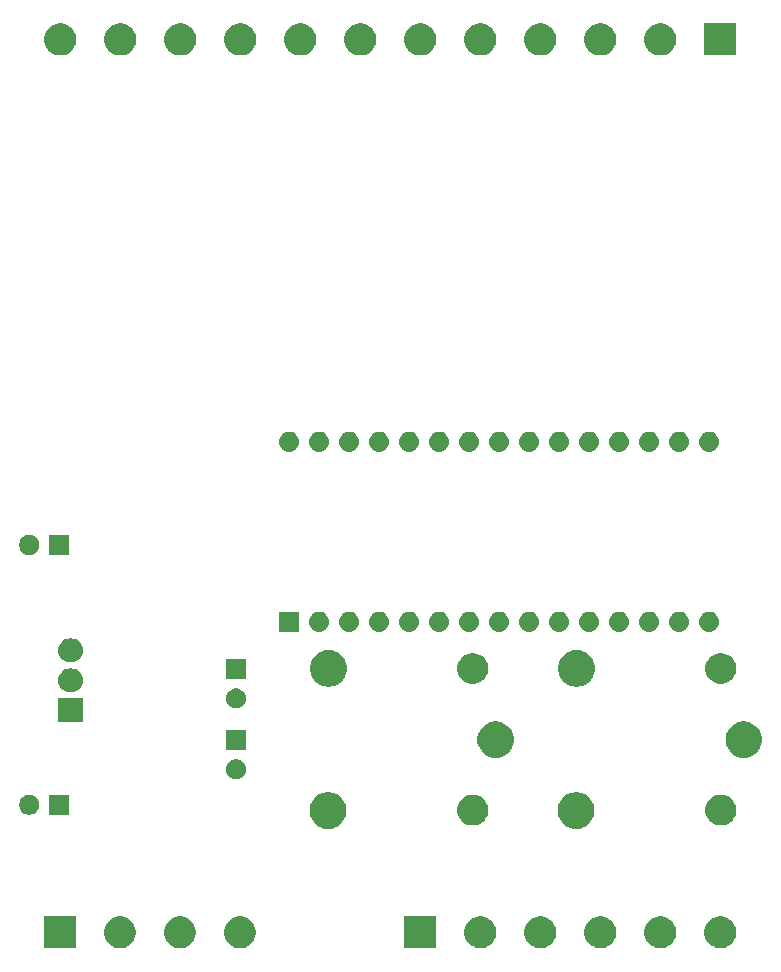
<source format=gbr>
G04 #@! TF.GenerationSoftware,KiCad,Pcbnew,5.1.4-e60b266~84~ubuntu18.04.1*
G04 #@! TF.CreationDate,2019-11-18T12:16:38+01:00*
G04 #@! TF.ProjectId,umi6r2,756d6936-7232-42e6-9b69-6361645f7063,rev?*
G04 #@! TF.SameCoordinates,Original*
G04 #@! TF.FileFunction,Soldermask,Top*
G04 #@! TF.FilePolarity,Negative*
%FSLAX46Y46*%
G04 Gerber Fmt 4.6, Leading zero omitted, Abs format (unit mm)*
G04 Created by KiCad (PCBNEW 5.1.4-e60b266~84~ubuntu18.04.1) date 2019-11-18 12:16:38*
%MOMM*%
%LPD*%
G04 APERTURE LIST*
%ADD10C,0.100000*%
G04 APERTURE END LIST*
D10*
G36*
X87951000Y-145651000D02*
G01*
X85249000Y-145651000D01*
X85249000Y-142949000D01*
X87951000Y-142949000D01*
X87951000Y-145651000D01*
X87951000Y-145651000D01*
G37*
G36*
X107314072Y-143000918D02*
G01*
X107559939Y-143102759D01*
X107781212Y-143250610D01*
X107969390Y-143438788D01*
X108117241Y-143660061D01*
X108219082Y-143905928D01*
X108271000Y-144166938D01*
X108271000Y-144433062D01*
X108219082Y-144694072D01*
X108117241Y-144939939D01*
X107969390Y-145161212D01*
X107781212Y-145349390D01*
X107559939Y-145497241D01*
X107559938Y-145497242D01*
X107559937Y-145497242D01*
X107314072Y-145599082D01*
X107053063Y-145651000D01*
X106786937Y-145651000D01*
X106525928Y-145599082D01*
X106280063Y-145497242D01*
X106280062Y-145497242D01*
X106280061Y-145497241D01*
X106058788Y-145349390D01*
X105870610Y-145161212D01*
X105722759Y-144939939D01*
X105620918Y-144694072D01*
X105569000Y-144433062D01*
X105569000Y-144166938D01*
X105620918Y-143905928D01*
X105722759Y-143660061D01*
X105870610Y-143438788D01*
X106058788Y-143250610D01*
X106280061Y-143102759D01*
X106525928Y-143000918D01*
X106786937Y-142949000D01*
X107053063Y-142949000D01*
X107314072Y-143000918D01*
X107314072Y-143000918D01*
G37*
G36*
X71734072Y-143000918D02*
G01*
X71979939Y-143102759D01*
X72201212Y-143250610D01*
X72389390Y-143438788D01*
X72537241Y-143660061D01*
X72639082Y-143905928D01*
X72691000Y-144166938D01*
X72691000Y-144433062D01*
X72639082Y-144694072D01*
X72537241Y-144939939D01*
X72389390Y-145161212D01*
X72201212Y-145349390D01*
X71979939Y-145497241D01*
X71979938Y-145497242D01*
X71979937Y-145497242D01*
X71734072Y-145599082D01*
X71473063Y-145651000D01*
X71206937Y-145651000D01*
X70945928Y-145599082D01*
X70700063Y-145497242D01*
X70700062Y-145497242D01*
X70700061Y-145497241D01*
X70478788Y-145349390D01*
X70290610Y-145161212D01*
X70142759Y-144939939D01*
X70040918Y-144694072D01*
X69989000Y-144433062D01*
X69989000Y-144166938D01*
X70040918Y-143905928D01*
X70142759Y-143660061D01*
X70290610Y-143438788D01*
X70478788Y-143250610D01*
X70700061Y-143102759D01*
X70945928Y-143000918D01*
X71206937Y-142949000D01*
X71473063Y-142949000D01*
X71734072Y-143000918D01*
X71734072Y-143000918D01*
G37*
G36*
X66654072Y-143000918D02*
G01*
X66899939Y-143102759D01*
X67121212Y-143250610D01*
X67309390Y-143438788D01*
X67457241Y-143660061D01*
X67559082Y-143905928D01*
X67611000Y-144166938D01*
X67611000Y-144433062D01*
X67559082Y-144694072D01*
X67457241Y-144939939D01*
X67309390Y-145161212D01*
X67121212Y-145349390D01*
X66899939Y-145497241D01*
X66899938Y-145497242D01*
X66899937Y-145497242D01*
X66654072Y-145599082D01*
X66393063Y-145651000D01*
X66126937Y-145651000D01*
X65865928Y-145599082D01*
X65620063Y-145497242D01*
X65620062Y-145497242D01*
X65620061Y-145497241D01*
X65398788Y-145349390D01*
X65210610Y-145161212D01*
X65062759Y-144939939D01*
X64960918Y-144694072D01*
X64909000Y-144433062D01*
X64909000Y-144166938D01*
X64960918Y-143905928D01*
X65062759Y-143660061D01*
X65210610Y-143438788D01*
X65398788Y-143250610D01*
X65620061Y-143102759D01*
X65865928Y-143000918D01*
X66126937Y-142949000D01*
X66393063Y-142949000D01*
X66654072Y-143000918D01*
X66654072Y-143000918D01*
G37*
G36*
X61574072Y-143000918D02*
G01*
X61819939Y-143102759D01*
X62041212Y-143250610D01*
X62229390Y-143438788D01*
X62377241Y-143660061D01*
X62479082Y-143905928D01*
X62531000Y-144166938D01*
X62531000Y-144433062D01*
X62479082Y-144694072D01*
X62377241Y-144939939D01*
X62229390Y-145161212D01*
X62041212Y-145349390D01*
X61819939Y-145497241D01*
X61819938Y-145497242D01*
X61819937Y-145497242D01*
X61574072Y-145599082D01*
X61313063Y-145651000D01*
X61046937Y-145651000D01*
X60785928Y-145599082D01*
X60540063Y-145497242D01*
X60540062Y-145497242D01*
X60540061Y-145497241D01*
X60318788Y-145349390D01*
X60130610Y-145161212D01*
X59982759Y-144939939D01*
X59880918Y-144694072D01*
X59829000Y-144433062D01*
X59829000Y-144166938D01*
X59880918Y-143905928D01*
X59982759Y-143660061D01*
X60130610Y-143438788D01*
X60318788Y-143250610D01*
X60540061Y-143102759D01*
X60785928Y-143000918D01*
X61046937Y-142949000D01*
X61313063Y-142949000D01*
X61574072Y-143000918D01*
X61574072Y-143000918D01*
G37*
G36*
X57451000Y-145651000D02*
G01*
X54749000Y-145651000D01*
X54749000Y-142949000D01*
X57451000Y-142949000D01*
X57451000Y-145651000D01*
X57451000Y-145651000D01*
G37*
G36*
X102234072Y-143000918D02*
G01*
X102479939Y-143102759D01*
X102701212Y-143250610D01*
X102889390Y-143438788D01*
X103037241Y-143660061D01*
X103139082Y-143905928D01*
X103191000Y-144166938D01*
X103191000Y-144433062D01*
X103139082Y-144694072D01*
X103037241Y-144939939D01*
X102889390Y-145161212D01*
X102701212Y-145349390D01*
X102479939Y-145497241D01*
X102479938Y-145497242D01*
X102479937Y-145497242D01*
X102234072Y-145599082D01*
X101973063Y-145651000D01*
X101706937Y-145651000D01*
X101445928Y-145599082D01*
X101200063Y-145497242D01*
X101200062Y-145497242D01*
X101200061Y-145497241D01*
X100978788Y-145349390D01*
X100790610Y-145161212D01*
X100642759Y-144939939D01*
X100540918Y-144694072D01*
X100489000Y-144433062D01*
X100489000Y-144166938D01*
X100540918Y-143905928D01*
X100642759Y-143660061D01*
X100790610Y-143438788D01*
X100978788Y-143250610D01*
X101200061Y-143102759D01*
X101445928Y-143000918D01*
X101706937Y-142949000D01*
X101973063Y-142949000D01*
X102234072Y-143000918D01*
X102234072Y-143000918D01*
G37*
G36*
X97154072Y-143000918D02*
G01*
X97399939Y-143102759D01*
X97621212Y-143250610D01*
X97809390Y-143438788D01*
X97957241Y-143660061D01*
X98059082Y-143905928D01*
X98111000Y-144166938D01*
X98111000Y-144433062D01*
X98059082Y-144694072D01*
X97957241Y-144939939D01*
X97809390Y-145161212D01*
X97621212Y-145349390D01*
X97399939Y-145497241D01*
X97399938Y-145497242D01*
X97399937Y-145497242D01*
X97154072Y-145599082D01*
X96893063Y-145651000D01*
X96626937Y-145651000D01*
X96365928Y-145599082D01*
X96120063Y-145497242D01*
X96120062Y-145497242D01*
X96120061Y-145497241D01*
X95898788Y-145349390D01*
X95710610Y-145161212D01*
X95562759Y-144939939D01*
X95460918Y-144694072D01*
X95409000Y-144433062D01*
X95409000Y-144166938D01*
X95460918Y-143905928D01*
X95562759Y-143660061D01*
X95710610Y-143438788D01*
X95898788Y-143250610D01*
X96120061Y-143102759D01*
X96365928Y-143000918D01*
X96626937Y-142949000D01*
X96893063Y-142949000D01*
X97154072Y-143000918D01*
X97154072Y-143000918D01*
G37*
G36*
X92074072Y-143000918D02*
G01*
X92319939Y-143102759D01*
X92541212Y-143250610D01*
X92729390Y-143438788D01*
X92877241Y-143660061D01*
X92979082Y-143905928D01*
X93031000Y-144166938D01*
X93031000Y-144433062D01*
X92979082Y-144694072D01*
X92877241Y-144939939D01*
X92729390Y-145161212D01*
X92541212Y-145349390D01*
X92319939Y-145497241D01*
X92319938Y-145497242D01*
X92319937Y-145497242D01*
X92074072Y-145599082D01*
X91813063Y-145651000D01*
X91546937Y-145651000D01*
X91285928Y-145599082D01*
X91040063Y-145497242D01*
X91040062Y-145497242D01*
X91040061Y-145497241D01*
X90818788Y-145349390D01*
X90630610Y-145161212D01*
X90482759Y-144939939D01*
X90380918Y-144694072D01*
X90329000Y-144433062D01*
X90329000Y-144166938D01*
X90380918Y-143905928D01*
X90482759Y-143660061D01*
X90630610Y-143438788D01*
X90818788Y-143250610D01*
X91040061Y-143102759D01*
X91285928Y-143000918D01*
X91546937Y-142949000D01*
X91813063Y-142949000D01*
X92074072Y-143000918D01*
X92074072Y-143000918D01*
G37*
G36*
X112394072Y-143000918D02*
G01*
X112639939Y-143102759D01*
X112861212Y-143250610D01*
X113049390Y-143438788D01*
X113197241Y-143660061D01*
X113299082Y-143905928D01*
X113351000Y-144166938D01*
X113351000Y-144433062D01*
X113299082Y-144694072D01*
X113197241Y-144939939D01*
X113049390Y-145161212D01*
X112861212Y-145349390D01*
X112639939Y-145497241D01*
X112639938Y-145497242D01*
X112639937Y-145497242D01*
X112394072Y-145599082D01*
X112133063Y-145651000D01*
X111866937Y-145651000D01*
X111605928Y-145599082D01*
X111360063Y-145497242D01*
X111360062Y-145497242D01*
X111360061Y-145497241D01*
X111138788Y-145349390D01*
X110950610Y-145161212D01*
X110802759Y-144939939D01*
X110700918Y-144694072D01*
X110649000Y-144433062D01*
X110649000Y-144166938D01*
X110700918Y-143905928D01*
X110802759Y-143660061D01*
X110950610Y-143438788D01*
X111138788Y-143250610D01*
X111360061Y-143102759D01*
X111605928Y-143000918D01*
X111866937Y-142949000D01*
X112133063Y-142949000D01*
X112394072Y-143000918D01*
X112394072Y-143000918D01*
G37*
G36*
X100102585Y-132478802D02*
G01*
X100252410Y-132508604D01*
X100534674Y-132625521D01*
X100788705Y-132795259D01*
X101004741Y-133011295D01*
X101174479Y-133265326D01*
X101291396Y-133547590D01*
X101351000Y-133847240D01*
X101351000Y-134152760D01*
X101291396Y-134452410D01*
X101174479Y-134734674D01*
X101004741Y-134988705D01*
X100788705Y-135204741D01*
X100534674Y-135374479D01*
X100252410Y-135491396D01*
X100102585Y-135521198D01*
X99952761Y-135551000D01*
X99647239Y-135551000D01*
X99497415Y-135521198D01*
X99347590Y-135491396D01*
X99065326Y-135374479D01*
X98811295Y-135204741D01*
X98595259Y-134988705D01*
X98425521Y-134734674D01*
X98308604Y-134452410D01*
X98249000Y-134152760D01*
X98249000Y-133847240D01*
X98308604Y-133547590D01*
X98425521Y-133265326D01*
X98595259Y-133011295D01*
X98811295Y-132795259D01*
X99065326Y-132625521D01*
X99347590Y-132508604D01*
X99497415Y-132478802D01*
X99647239Y-132449000D01*
X99952761Y-132449000D01*
X100102585Y-132478802D01*
X100102585Y-132478802D01*
G37*
G36*
X79102585Y-132478802D02*
G01*
X79252410Y-132508604D01*
X79534674Y-132625521D01*
X79788705Y-132795259D01*
X80004741Y-133011295D01*
X80174479Y-133265326D01*
X80291396Y-133547590D01*
X80351000Y-133847240D01*
X80351000Y-134152760D01*
X80291396Y-134452410D01*
X80174479Y-134734674D01*
X80004741Y-134988705D01*
X79788705Y-135204741D01*
X79534674Y-135374479D01*
X79252410Y-135491396D01*
X79102585Y-135521198D01*
X78952761Y-135551000D01*
X78647239Y-135551000D01*
X78497415Y-135521198D01*
X78347590Y-135491396D01*
X78065326Y-135374479D01*
X77811295Y-135204741D01*
X77595259Y-134988705D01*
X77425521Y-134734674D01*
X77308604Y-134452410D01*
X77249000Y-134152760D01*
X77249000Y-133847240D01*
X77308604Y-133547590D01*
X77425521Y-133265326D01*
X77595259Y-133011295D01*
X77811295Y-132795259D01*
X78065326Y-132625521D01*
X78347590Y-132508604D01*
X78497415Y-132478802D01*
X78647239Y-132449000D01*
X78952761Y-132449000D01*
X79102585Y-132478802D01*
X79102585Y-132478802D01*
G37*
G36*
X91429487Y-132698996D02*
G01*
X91661888Y-132795260D01*
X91666255Y-132797069D01*
X91879339Y-132939447D01*
X92060553Y-133120661D01*
X92202932Y-133333747D01*
X92301004Y-133570513D01*
X92351000Y-133821861D01*
X92351000Y-134078139D01*
X92301004Y-134329487D01*
X92250088Y-134452409D01*
X92202931Y-134566255D01*
X92060553Y-134779339D01*
X91879339Y-134960553D01*
X91666255Y-135102931D01*
X91666254Y-135102932D01*
X91666253Y-135102932D01*
X91429487Y-135201004D01*
X91178139Y-135251000D01*
X90921861Y-135251000D01*
X90670513Y-135201004D01*
X90433747Y-135102932D01*
X90433746Y-135102932D01*
X90433745Y-135102931D01*
X90220661Y-134960553D01*
X90039447Y-134779339D01*
X89897069Y-134566255D01*
X89849912Y-134452409D01*
X89798996Y-134329487D01*
X89749000Y-134078139D01*
X89749000Y-133821861D01*
X89798996Y-133570513D01*
X89897068Y-133333747D01*
X90039447Y-133120661D01*
X90220661Y-132939447D01*
X90433745Y-132797069D01*
X90438112Y-132795260D01*
X90670513Y-132698996D01*
X90921861Y-132649000D01*
X91178139Y-132649000D01*
X91429487Y-132698996D01*
X91429487Y-132698996D01*
G37*
G36*
X112429487Y-132698996D02*
G01*
X112661888Y-132795260D01*
X112666255Y-132797069D01*
X112879339Y-132939447D01*
X113060553Y-133120661D01*
X113202932Y-133333747D01*
X113301004Y-133570513D01*
X113351000Y-133821861D01*
X113351000Y-134078139D01*
X113301004Y-134329487D01*
X113250088Y-134452409D01*
X113202931Y-134566255D01*
X113060553Y-134779339D01*
X112879339Y-134960553D01*
X112666255Y-135102931D01*
X112666254Y-135102932D01*
X112666253Y-135102932D01*
X112429487Y-135201004D01*
X112178139Y-135251000D01*
X111921861Y-135251000D01*
X111670513Y-135201004D01*
X111433747Y-135102932D01*
X111433746Y-135102932D01*
X111433745Y-135102931D01*
X111220661Y-134960553D01*
X111039447Y-134779339D01*
X110897069Y-134566255D01*
X110849912Y-134452409D01*
X110798996Y-134329487D01*
X110749000Y-134078139D01*
X110749000Y-133821861D01*
X110798996Y-133570513D01*
X110897068Y-133333747D01*
X111039447Y-133120661D01*
X111220661Y-132939447D01*
X111433745Y-132797069D01*
X111438112Y-132795260D01*
X111670513Y-132698996D01*
X111921861Y-132649000D01*
X112178139Y-132649000D01*
X112429487Y-132698996D01*
X112429487Y-132698996D01*
G37*
G36*
X53748228Y-132681703D02*
G01*
X53903100Y-132745853D01*
X54042481Y-132838985D01*
X54161015Y-132957519D01*
X54254147Y-133096900D01*
X54318297Y-133251772D01*
X54351000Y-133416184D01*
X54351000Y-133583816D01*
X54318297Y-133748228D01*
X54254147Y-133903100D01*
X54161015Y-134042481D01*
X54042481Y-134161015D01*
X53903100Y-134254147D01*
X53748228Y-134318297D01*
X53583816Y-134351000D01*
X53416184Y-134351000D01*
X53251772Y-134318297D01*
X53096900Y-134254147D01*
X52957519Y-134161015D01*
X52838985Y-134042481D01*
X52745853Y-133903100D01*
X52681703Y-133748228D01*
X52649000Y-133583816D01*
X52649000Y-133416184D01*
X52681703Y-133251772D01*
X52745853Y-133096900D01*
X52838985Y-132957519D01*
X52957519Y-132838985D01*
X53096900Y-132745853D01*
X53251772Y-132681703D01*
X53416184Y-132649000D01*
X53583816Y-132649000D01*
X53748228Y-132681703D01*
X53748228Y-132681703D01*
G37*
G36*
X56851000Y-134351000D02*
G01*
X55149000Y-134351000D01*
X55149000Y-132649000D01*
X56851000Y-132649000D01*
X56851000Y-134351000D01*
X56851000Y-134351000D01*
G37*
G36*
X71248228Y-129681703D02*
G01*
X71403100Y-129745853D01*
X71542481Y-129838985D01*
X71661015Y-129957519D01*
X71754147Y-130096900D01*
X71818297Y-130251772D01*
X71851000Y-130416184D01*
X71851000Y-130583816D01*
X71818297Y-130748228D01*
X71754147Y-130903100D01*
X71661015Y-131042481D01*
X71542481Y-131161015D01*
X71403100Y-131254147D01*
X71248228Y-131318297D01*
X71083816Y-131351000D01*
X70916184Y-131351000D01*
X70751772Y-131318297D01*
X70596900Y-131254147D01*
X70457519Y-131161015D01*
X70338985Y-131042481D01*
X70245853Y-130903100D01*
X70181703Y-130748228D01*
X70149000Y-130583816D01*
X70149000Y-130416184D01*
X70181703Y-130251772D01*
X70245853Y-130096900D01*
X70338985Y-129957519D01*
X70457519Y-129838985D01*
X70596900Y-129745853D01*
X70751772Y-129681703D01*
X70916184Y-129649000D01*
X71083816Y-129649000D01*
X71248228Y-129681703D01*
X71248228Y-129681703D01*
G37*
G36*
X114302585Y-126478802D02*
G01*
X114452410Y-126508604D01*
X114734674Y-126625521D01*
X114988705Y-126795259D01*
X115204741Y-127011295D01*
X115374479Y-127265326D01*
X115491396Y-127547590D01*
X115551000Y-127847240D01*
X115551000Y-128152760D01*
X115491396Y-128452410D01*
X115374479Y-128734674D01*
X115204741Y-128988705D01*
X114988705Y-129204741D01*
X114734674Y-129374479D01*
X114452410Y-129491396D01*
X114302585Y-129521198D01*
X114152761Y-129551000D01*
X113847239Y-129551000D01*
X113697415Y-129521198D01*
X113547590Y-129491396D01*
X113265326Y-129374479D01*
X113011295Y-129204741D01*
X112795259Y-128988705D01*
X112625521Y-128734674D01*
X112508604Y-128452410D01*
X112449000Y-128152760D01*
X112449000Y-127847240D01*
X112508604Y-127547590D01*
X112625521Y-127265326D01*
X112795259Y-127011295D01*
X113011295Y-126795259D01*
X113265326Y-126625521D01*
X113547590Y-126508604D01*
X113697415Y-126478802D01*
X113847239Y-126449000D01*
X114152761Y-126449000D01*
X114302585Y-126478802D01*
X114302585Y-126478802D01*
G37*
G36*
X93302585Y-126478802D02*
G01*
X93452410Y-126508604D01*
X93734674Y-126625521D01*
X93988705Y-126795259D01*
X94204741Y-127011295D01*
X94374479Y-127265326D01*
X94491396Y-127547590D01*
X94551000Y-127847240D01*
X94551000Y-128152760D01*
X94491396Y-128452410D01*
X94374479Y-128734674D01*
X94204741Y-128988705D01*
X93988705Y-129204741D01*
X93734674Y-129374479D01*
X93452410Y-129491396D01*
X93302585Y-129521198D01*
X93152761Y-129551000D01*
X92847239Y-129551000D01*
X92697415Y-129521198D01*
X92547590Y-129491396D01*
X92265326Y-129374479D01*
X92011295Y-129204741D01*
X91795259Y-128988705D01*
X91625521Y-128734674D01*
X91508604Y-128452410D01*
X91449000Y-128152760D01*
X91449000Y-127847240D01*
X91508604Y-127547590D01*
X91625521Y-127265326D01*
X91795259Y-127011295D01*
X92011295Y-126795259D01*
X92265326Y-126625521D01*
X92547590Y-126508604D01*
X92697415Y-126478802D01*
X92847239Y-126449000D01*
X93152761Y-126449000D01*
X93302585Y-126478802D01*
X93302585Y-126478802D01*
G37*
G36*
X71851000Y-128851000D02*
G01*
X70149000Y-128851000D01*
X70149000Y-127149000D01*
X71851000Y-127149000D01*
X71851000Y-128851000D01*
X71851000Y-128851000D01*
G37*
G36*
X58051000Y-126503500D02*
G01*
X55949000Y-126503500D01*
X55949000Y-124496500D01*
X58051000Y-124496500D01*
X58051000Y-126503500D01*
X58051000Y-126503500D01*
G37*
G36*
X71248228Y-123681703D02*
G01*
X71403100Y-123745853D01*
X71542481Y-123838985D01*
X71661015Y-123957519D01*
X71754147Y-124096900D01*
X71818297Y-124251772D01*
X71851000Y-124416184D01*
X71851000Y-124583816D01*
X71818297Y-124748228D01*
X71754147Y-124903100D01*
X71661015Y-125042481D01*
X71542481Y-125161015D01*
X71403100Y-125254147D01*
X71248228Y-125318297D01*
X71083816Y-125351000D01*
X70916184Y-125351000D01*
X70751772Y-125318297D01*
X70596900Y-125254147D01*
X70457519Y-125161015D01*
X70338985Y-125042481D01*
X70245853Y-124903100D01*
X70181703Y-124748228D01*
X70149000Y-124583816D01*
X70149000Y-124416184D01*
X70181703Y-124251772D01*
X70245853Y-124096900D01*
X70338985Y-123957519D01*
X70457519Y-123838985D01*
X70596900Y-123745853D01*
X70751772Y-123681703D01*
X70916184Y-123649000D01*
X71083816Y-123649000D01*
X71248228Y-123681703D01*
X71248228Y-123681703D01*
G37*
G36*
X57145936Y-121961340D02*
G01*
X57244220Y-121971020D01*
X57433381Y-122028401D01*
X57607712Y-122121583D01*
X57760515Y-122246985D01*
X57885917Y-122399788D01*
X57979099Y-122574119D01*
X58036480Y-122763280D01*
X58055855Y-122960000D01*
X58036480Y-123156720D01*
X57979099Y-123345881D01*
X57885917Y-123520212D01*
X57760515Y-123673015D01*
X57607712Y-123798417D01*
X57433381Y-123891599D01*
X57244220Y-123948980D01*
X57157521Y-123957519D01*
X57096795Y-123963500D01*
X56903205Y-123963500D01*
X56842479Y-123957519D01*
X56755780Y-123948980D01*
X56566619Y-123891599D01*
X56392288Y-123798417D01*
X56239485Y-123673015D01*
X56114083Y-123520212D01*
X56020901Y-123345881D01*
X55963520Y-123156720D01*
X55944145Y-122960000D01*
X55963520Y-122763280D01*
X56020901Y-122574119D01*
X56114083Y-122399788D01*
X56239485Y-122246985D01*
X56392288Y-122121583D01*
X56566619Y-122028401D01*
X56755780Y-121971020D01*
X56854064Y-121961340D01*
X56903205Y-121956500D01*
X57096795Y-121956500D01*
X57145936Y-121961340D01*
X57145936Y-121961340D01*
G37*
G36*
X79152585Y-120428802D02*
G01*
X79302410Y-120458604D01*
X79584674Y-120575521D01*
X79838705Y-120745259D01*
X80054741Y-120961295D01*
X80224479Y-121215326D01*
X80341396Y-121497590D01*
X80401000Y-121797240D01*
X80401000Y-122102760D01*
X80341396Y-122402410D01*
X80224479Y-122684674D01*
X80054741Y-122938705D01*
X79838705Y-123154741D01*
X79584674Y-123324479D01*
X79302410Y-123441396D01*
X79152585Y-123471198D01*
X79002761Y-123501000D01*
X78697239Y-123501000D01*
X78547415Y-123471198D01*
X78397590Y-123441396D01*
X78115326Y-123324479D01*
X77861295Y-123154741D01*
X77645259Y-122938705D01*
X77475521Y-122684674D01*
X77358604Y-122402410D01*
X77299000Y-122102760D01*
X77299000Y-121797240D01*
X77358604Y-121497590D01*
X77475521Y-121215326D01*
X77645259Y-120961295D01*
X77861295Y-120745259D01*
X78115326Y-120575521D01*
X78397590Y-120458604D01*
X78547415Y-120428802D01*
X78697239Y-120399000D01*
X79002761Y-120399000D01*
X79152585Y-120428802D01*
X79152585Y-120428802D01*
G37*
G36*
X100152585Y-120428802D02*
G01*
X100302410Y-120458604D01*
X100584674Y-120575521D01*
X100838705Y-120745259D01*
X101054741Y-120961295D01*
X101224479Y-121215326D01*
X101341396Y-121497590D01*
X101401000Y-121797240D01*
X101401000Y-122102760D01*
X101341396Y-122402410D01*
X101224479Y-122684674D01*
X101054741Y-122938705D01*
X100838705Y-123154741D01*
X100584674Y-123324479D01*
X100302410Y-123441396D01*
X100152585Y-123471198D01*
X100002761Y-123501000D01*
X99697239Y-123501000D01*
X99547415Y-123471198D01*
X99397590Y-123441396D01*
X99115326Y-123324479D01*
X98861295Y-123154741D01*
X98645259Y-122938705D01*
X98475521Y-122684674D01*
X98358604Y-122402410D01*
X98299000Y-122102760D01*
X98299000Y-121797240D01*
X98358604Y-121497590D01*
X98475521Y-121215326D01*
X98645259Y-120961295D01*
X98861295Y-120745259D01*
X99115326Y-120575521D01*
X99397590Y-120458604D01*
X99547415Y-120428802D01*
X99697239Y-120399000D01*
X100002761Y-120399000D01*
X100152585Y-120428802D01*
X100152585Y-120428802D01*
G37*
G36*
X91429487Y-120698996D02*
G01*
X91666253Y-120797068D01*
X91666255Y-120797069D01*
X91879339Y-120939447D01*
X92060553Y-121120661D01*
X92152599Y-121258417D01*
X92202932Y-121333747D01*
X92301004Y-121570513D01*
X92351000Y-121821861D01*
X92351000Y-122078139D01*
X92301004Y-122329487D01*
X92270798Y-122402410D01*
X92202931Y-122566255D01*
X92060553Y-122779339D01*
X91879339Y-122960553D01*
X91666255Y-123102931D01*
X91666254Y-123102932D01*
X91666253Y-123102932D01*
X91429487Y-123201004D01*
X91178139Y-123251000D01*
X90921861Y-123251000D01*
X90670513Y-123201004D01*
X90433747Y-123102932D01*
X90433746Y-123102932D01*
X90433745Y-123102931D01*
X90220661Y-122960553D01*
X90039447Y-122779339D01*
X89897069Y-122566255D01*
X89829202Y-122402410D01*
X89798996Y-122329487D01*
X89749000Y-122078139D01*
X89749000Y-121821861D01*
X89798996Y-121570513D01*
X89897068Y-121333747D01*
X89947402Y-121258417D01*
X90039447Y-121120661D01*
X90220661Y-120939447D01*
X90433745Y-120797069D01*
X90433747Y-120797068D01*
X90670513Y-120698996D01*
X90921861Y-120649000D01*
X91178139Y-120649000D01*
X91429487Y-120698996D01*
X91429487Y-120698996D01*
G37*
G36*
X112429487Y-120698996D02*
G01*
X112666253Y-120797068D01*
X112666255Y-120797069D01*
X112879339Y-120939447D01*
X113060553Y-121120661D01*
X113152599Y-121258417D01*
X113202932Y-121333747D01*
X113301004Y-121570513D01*
X113351000Y-121821861D01*
X113351000Y-122078139D01*
X113301004Y-122329487D01*
X113270798Y-122402410D01*
X113202931Y-122566255D01*
X113060553Y-122779339D01*
X112879339Y-122960553D01*
X112666255Y-123102931D01*
X112666254Y-123102932D01*
X112666253Y-123102932D01*
X112429487Y-123201004D01*
X112178139Y-123251000D01*
X111921861Y-123251000D01*
X111670513Y-123201004D01*
X111433747Y-123102932D01*
X111433746Y-123102932D01*
X111433745Y-123102931D01*
X111220661Y-122960553D01*
X111039447Y-122779339D01*
X110897069Y-122566255D01*
X110829202Y-122402410D01*
X110798996Y-122329487D01*
X110749000Y-122078139D01*
X110749000Y-121821861D01*
X110798996Y-121570513D01*
X110897068Y-121333747D01*
X110947402Y-121258417D01*
X111039447Y-121120661D01*
X111220661Y-120939447D01*
X111433745Y-120797069D01*
X111433747Y-120797068D01*
X111670513Y-120698996D01*
X111921861Y-120649000D01*
X112178139Y-120649000D01*
X112429487Y-120698996D01*
X112429487Y-120698996D01*
G37*
G36*
X71851000Y-122851000D02*
G01*
X70149000Y-122851000D01*
X70149000Y-121149000D01*
X71851000Y-121149000D01*
X71851000Y-122851000D01*
X71851000Y-122851000D01*
G37*
G36*
X57145936Y-119421340D02*
G01*
X57244220Y-119431020D01*
X57433381Y-119488401D01*
X57607712Y-119581583D01*
X57760515Y-119706985D01*
X57885917Y-119859788D01*
X57979099Y-120034119D01*
X58036480Y-120223280D01*
X58055855Y-120420000D01*
X58036480Y-120616720D01*
X57979099Y-120805881D01*
X57885917Y-120980212D01*
X57760515Y-121133015D01*
X57607712Y-121258417D01*
X57433381Y-121351599D01*
X57244220Y-121408980D01*
X57145936Y-121418660D01*
X57096795Y-121423500D01*
X56903205Y-121423500D01*
X56854064Y-121418660D01*
X56755780Y-121408980D01*
X56566619Y-121351599D01*
X56392288Y-121258417D01*
X56239485Y-121133015D01*
X56114083Y-120980212D01*
X56020901Y-120805881D01*
X55963520Y-120616720D01*
X55944145Y-120420000D01*
X55963520Y-120223280D01*
X56020901Y-120034119D01*
X56114083Y-119859788D01*
X56239485Y-119706985D01*
X56392288Y-119581583D01*
X56566619Y-119488401D01*
X56755780Y-119431020D01*
X56854064Y-119421340D01*
X56903205Y-119416500D01*
X57096795Y-119416500D01*
X57145936Y-119421340D01*
X57145936Y-119421340D01*
G37*
G36*
X80746823Y-117161313D02*
G01*
X80907242Y-117209976D01*
X81039906Y-117280886D01*
X81055078Y-117288996D01*
X81184659Y-117395341D01*
X81291004Y-117524922D01*
X81291005Y-117524924D01*
X81370024Y-117672758D01*
X81418687Y-117833177D01*
X81435117Y-118000000D01*
X81418687Y-118166823D01*
X81370024Y-118327242D01*
X81299114Y-118459906D01*
X81291004Y-118475078D01*
X81184659Y-118604659D01*
X81055078Y-118711004D01*
X81055076Y-118711005D01*
X80907242Y-118790024D01*
X80746823Y-118838687D01*
X80621804Y-118851000D01*
X80538196Y-118851000D01*
X80413177Y-118838687D01*
X80252758Y-118790024D01*
X80104924Y-118711005D01*
X80104922Y-118711004D01*
X79975341Y-118604659D01*
X79868996Y-118475078D01*
X79860886Y-118459906D01*
X79789976Y-118327242D01*
X79741313Y-118166823D01*
X79724883Y-118000000D01*
X79741313Y-117833177D01*
X79789976Y-117672758D01*
X79868995Y-117524924D01*
X79868996Y-117524922D01*
X79975341Y-117395341D01*
X80104922Y-117288996D01*
X80120094Y-117280886D01*
X80252758Y-117209976D01*
X80413177Y-117161313D01*
X80538196Y-117149000D01*
X80621804Y-117149000D01*
X80746823Y-117161313D01*
X80746823Y-117161313D01*
G37*
G36*
X78206823Y-117161313D02*
G01*
X78367242Y-117209976D01*
X78499906Y-117280886D01*
X78515078Y-117288996D01*
X78644659Y-117395341D01*
X78751004Y-117524922D01*
X78751005Y-117524924D01*
X78830024Y-117672758D01*
X78878687Y-117833177D01*
X78895117Y-118000000D01*
X78878687Y-118166823D01*
X78830024Y-118327242D01*
X78759114Y-118459906D01*
X78751004Y-118475078D01*
X78644659Y-118604659D01*
X78515078Y-118711004D01*
X78515076Y-118711005D01*
X78367242Y-118790024D01*
X78206823Y-118838687D01*
X78081804Y-118851000D01*
X77998196Y-118851000D01*
X77873177Y-118838687D01*
X77712758Y-118790024D01*
X77564924Y-118711005D01*
X77564922Y-118711004D01*
X77435341Y-118604659D01*
X77328996Y-118475078D01*
X77320886Y-118459906D01*
X77249976Y-118327242D01*
X77201313Y-118166823D01*
X77184883Y-118000000D01*
X77201313Y-117833177D01*
X77249976Y-117672758D01*
X77328995Y-117524924D01*
X77328996Y-117524922D01*
X77435341Y-117395341D01*
X77564922Y-117288996D01*
X77580094Y-117280886D01*
X77712758Y-117209976D01*
X77873177Y-117161313D01*
X77998196Y-117149000D01*
X78081804Y-117149000D01*
X78206823Y-117161313D01*
X78206823Y-117161313D01*
G37*
G36*
X76351000Y-118851000D02*
G01*
X74649000Y-118851000D01*
X74649000Y-117149000D01*
X76351000Y-117149000D01*
X76351000Y-118851000D01*
X76351000Y-118851000D01*
G37*
G36*
X111226823Y-117161313D02*
G01*
X111387242Y-117209976D01*
X111519906Y-117280886D01*
X111535078Y-117288996D01*
X111664659Y-117395341D01*
X111771004Y-117524922D01*
X111771005Y-117524924D01*
X111850024Y-117672758D01*
X111898687Y-117833177D01*
X111915117Y-118000000D01*
X111898687Y-118166823D01*
X111850024Y-118327242D01*
X111779114Y-118459906D01*
X111771004Y-118475078D01*
X111664659Y-118604659D01*
X111535078Y-118711004D01*
X111535076Y-118711005D01*
X111387242Y-118790024D01*
X111226823Y-118838687D01*
X111101804Y-118851000D01*
X111018196Y-118851000D01*
X110893177Y-118838687D01*
X110732758Y-118790024D01*
X110584924Y-118711005D01*
X110584922Y-118711004D01*
X110455341Y-118604659D01*
X110348996Y-118475078D01*
X110340886Y-118459906D01*
X110269976Y-118327242D01*
X110221313Y-118166823D01*
X110204883Y-118000000D01*
X110221313Y-117833177D01*
X110269976Y-117672758D01*
X110348995Y-117524924D01*
X110348996Y-117524922D01*
X110455341Y-117395341D01*
X110584922Y-117288996D01*
X110600094Y-117280886D01*
X110732758Y-117209976D01*
X110893177Y-117161313D01*
X111018196Y-117149000D01*
X111101804Y-117149000D01*
X111226823Y-117161313D01*
X111226823Y-117161313D01*
G37*
G36*
X108686823Y-117161313D02*
G01*
X108847242Y-117209976D01*
X108979906Y-117280886D01*
X108995078Y-117288996D01*
X109124659Y-117395341D01*
X109231004Y-117524922D01*
X109231005Y-117524924D01*
X109310024Y-117672758D01*
X109358687Y-117833177D01*
X109375117Y-118000000D01*
X109358687Y-118166823D01*
X109310024Y-118327242D01*
X109239114Y-118459906D01*
X109231004Y-118475078D01*
X109124659Y-118604659D01*
X108995078Y-118711004D01*
X108995076Y-118711005D01*
X108847242Y-118790024D01*
X108686823Y-118838687D01*
X108561804Y-118851000D01*
X108478196Y-118851000D01*
X108353177Y-118838687D01*
X108192758Y-118790024D01*
X108044924Y-118711005D01*
X108044922Y-118711004D01*
X107915341Y-118604659D01*
X107808996Y-118475078D01*
X107800886Y-118459906D01*
X107729976Y-118327242D01*
X107681313Y-118166823D01*
X107664883Y-118000000D01*
X107681313Y-117833177D01*
X107729976Y-117672758D01*
X107808995Y-117524924D01*
X107808996Y-117524922D01*
X107915341Y-117395341D01*
X108044922Y-117288996D01*
X108060094Y-117280886D01*
X108192758Y-117209976D01*
X108353177Y-117161313D01*
X108478196Y-117149000D01*
X108561804Y-117149000D01*
X108686823Y-117161313D01*
X108686823Y-117161313D01*
G37*
G36*
X106146823Y-117161313D02*
G01*
X106307242Y-117209976D01*
X106439906Y-117280886D01*
X106455078Y-117288996D01*
X106584659Y-117395341D01*
X106691004Y-117524922D01*
X106691005Y-117524924D01*
X106770024Y-117672758D01*
X106818687Y-117833177D01*
X106835117Y-118000000D01*
X106818687Y-118166823D01*
X106770024Y-118327242D01*
X106699114Y-118459906D01*
X106691004Y-118475078D01*
X106584659Y-118604659D01*
X106455078Y-118711004D01*
X106455076Y-118711005D01*
X106307242Y-118790024D01*
X106146823Y-118838687D01*
X106021804Y-118851000D01*
X105938196Y-118851000D01*
X105813177Y-118838687D01*
X105652758Y-118790024D01*
X105504924Y-118711005D01*
X105504922Y-118711004D01*
X105375341Y-118604659D01*
X105268996Y-118475078D01*
X105260886Y-118459906D01*
X105189976Y-118327242D01*
X105141313Y-118166823D01*
X105124883Y-118000000D01*
X105141313Y-117833177D01*
X105189976Y-117672758D01*
X105268995Y-117524924D01*
X105268996Y-117524922D01*
X105375341Y-117395341D01*
X105504922Y-117288996D01*
X105520094Y-117280886D01*
X105652758Y-117209976D01*
X105813177Y-117161313D01*
X105938196Y-117149000D01*
X106021804Y-117149000D01*
X106146823Y-117161313D01*
X106146823Y-117161313D01*
G37*
G36*
X103606823Y-117161313D02*
G01*
X103767242Y-117209976D01*
X103899906Y-117280886D01*
X103915078Y-117288996D01*
X104044659Y-117395341D01*
X104151004Y-117524922D01*
X104151005Y-117524924D01*
X104230024Y-117672758D01*
X104278687Y-117833177D01*
X104295117Y-118000000D01*
X104278687Y-118166823D01*
X104230024Y-118327242D01*
X104159114Y-118459906D01*
X104151004Y-118475078D01*
X104044659Y-118604659D01*
X103915078Y-118711004D01*
X103915076Y-118711005D01*
X103767242Y-118790024D01*
X103606823Y-118838687D01*
X103481804Y-118851000D01*
X103398196Y-118851000D01*
X103273177Y-118838687D01*
X103112758Y-118790024D01*
X102964924Y-118711005D01*
X102964922Y-118711004D01*
X102835341Y-118604659D01*
X102728996Y-118475078D01*
X102720886Y-118459906D01*
X102649976Y-118327242D01*
X102601313Y-118166823D01*
X102584883Y-118000000D01*
X102601313Y-117833177D01*
X102649976Y-117672758D01*
X102728995Y-117524924D01*
X102728996Y-117524922D01*
X102835341Y-117395341D01*
X102964922Y-117288996D01*
X102980094Y-117280886D01*
X103112758Y-117209976D01*
X103273177Y-117161313D01*
X103398196Y-117149000D01*
X103481804Y-117149000D01*
X103606823Y-117161313D01*
X103606823Y-117161313D01*
G37*
G36*
X98526823Y-117161313D02*
G01*
X98687242Y-117209976D01*
X98819906Y-117280886D01*
X98835078Y-117288996D01*
X98964659Y-117395341D01*
X99071004Y-117524922D01*
X99071005Y-117524924D01*
X99150024Y-117672758D01*
X99198687Y-117833177D01*
X99215117Y-118000000D01*
X99198687Y-118166823D01*
X99150024Y-118327242D01*
X99079114Y-118459906D01*
X99071004Y-118475078D01*
X98964659Y-118604659D01*
X98835078Y-118711004D01*
X98835076Y-118711005D01*
X98687242Y-118790024D01*
X98526823Y-118838687D01*
X98401804Y-118851000D01*
X98318196Y-118851000D01*
X98193177Y-118838687D01*
X98032758Y-118790024D01*
X97884924Y-118711005D01*
X97884922Y-118711004D01*
X97755341Y-118604659D01*
X97648996Y-118475078D01*
X97640886Y-118459906D01*
X97569976Y-118327242D01*
X97521313Y-118166823D01*
X97504883Y-118000000D01*
X97521313Y-117833177D01*
X97569976Y-117672758D01*
X97648995Y-117524924D01*
X97648996Y-117524922D01*
X97755341Y-117395341D01*
X97884922Y-117288996D01*
X97900094Y-117280886D01*
X98032758Y-117209976D01*
X98193177Y-117161313D01*
X98318196Y-117149000D01*
X98401804Y-117149000D01*
X98526823Y-117161313D01*
X98526823Y-117161313D01*
G37*
G36*
X93446823Y-117161313D02*
G01*
X93607242Y-117209976D01*
X93739906Y-117280886D01*
X93755078Y-117288996D01*
X93884659Y-117395341D01*
X93991004Y-117524922D01*
X93991005Y-117524924D01*
X94070024Y-117672758D01*
X94118687Y-117833177D01*
X94135117Y-118000000D01*
X94118687Y-118166823D01*
X94070024Y-118327242D01*
X93999114Y-118459906D01*
X93991004Y-118475078D01*
X93884659Y-118604659D01*
X93755078Y-118711004D01*
X93755076Y-118711005D01*
X93607242Y-118790024D01*
X93446823Y-118838687D01*
X93321804Y-118851000D01*
X93238196Y-118851000D01*
X93113177Y-118838687D01*
X92952758Y-118790024D01*
X92804924Y-118711005D01*
X92804922Y-118711004D01*
X92675341Y-118604659D01*
X92568996Y-118475078D01*
X92560886Y-118459906D01*
X92489976Y-118327242D01*
X92441313Y-118166823D01*
X92424883Y-118000000D01*
X92441313Y-117833177D01*
X92489976Y-117672758D01*
X92568995Y-117524924D01*
X92568996Y-117524922D01*
X92675341Y-117395341D01*
X92804922Y-117288996D01*
X92820094Y-117280886D01*
X92952758Y-117209976D01*
X93113177Y-117161313D01*
X93238196Y-117149000D01*
X93321804Y-117149000D01*
X93446823Y-117161313D01*
X93446823Y-117161313D01*
G37*
G36*
X90906823Y-117161313D02*
G01*
X91067242Y-117209976D01*
X91199906Y-117280886D01*
X91215078Y-117288996D01*
X91344659Y-117395341D01*
X91451004Y-117524922D01*
X91451005Y-117524924D01*
X91530024Y-117672758D01*
X91578687Y-117833177D01*
X91595117Y-118000000D01*
X91578687Y-118166823D01*
X91530024Y-118327242D01*
X91459114Y-118459906D01*
X91451004Y-118475078D01*
X91344659Y-118604659D01*
X91215078Y-118711004D01*
X91215076Y-118711005D01*
X91067242Y-118790024D01*
X90906823Y-118838687D01*
X90781804Y-118851000D01*
X90698196Y-118851000D01*
X90573177Y-118838687D01*
X90412758Y-118790024D01*
X90264924Y-118711005D01*
X90264922Y-118711004D01*
X90135341Y-118604659D01*
X90028996Y-118475078D01*
X90020886Y-118459906D01*
X89949976Y-118327242D01*
X89901313Y-118166823D01*
X89884883Y-118000000D01*
X89901313Y-117833177D01*
X89949976Y-117672758D01*
X90028995Y-117524924D01*
X90028996Y-117524922D01*
X90135341Y-117395341D01*
X90264922Y-117288996D01*
X90280094Y-117280886D01*
X90412758Y-117209976D01*
X90573177Y-117161313D01*
X90698196Y-117149000D01*
X90781804Y-117149000D01*
X90906823Y-117161313D01*
X90906823Y-117161313D01*
G37*
G36*
X88366823Y-117161313D02*
G01*
X88527242Y-117209976D01*
X88659906Y-117280886D01*
X88675078Y-117288996D01*
X88804659Y-117395341D01*
X88911004Y-117524922D01*
X88911005Y-117524924D01*
X88990024Y-117672758D01*
X89038687Y-117833177D01*
X89055117Y-118000000D01*
X89038687Y-118166823D01*
X88990024Y-118327242D01*
X88919114Y-118459906D01*
X88911004Y-118475078D01*
X88804659Y-118604659D01*
X88675078Y-118711004D01*
X88675076Y-118711005D01*
X88527242Y-118790024D01*
X88366823Y-118838687D01*
X88241804Y-118851000D01*
X88158196Y-118851000D01*
X88033177Y-118838687D01*
X87872758Y-118790024D01*
X87724924Y-118711005D01*
X87724922Y-118711004D01*
X87595341Y-118604659D01*
X87488996Y-118475078D01*
X87480886Y-118459906D01*
X87409976Y-118327242D01*
X87361313Y-118166823D01*
X87344883Y-118000000D01*
X87361313Y-117833177D01*
X87409976Y-117672758D01*
X87488995Y-117524924D01*
X87488996Y-117524922D01*
X87595341Y-117395341D01*
X87724922Y-117288996D01*
X87740094Y-117280886D01*
X87872758Y-117209976D01*
X88033177Y-117161313D01*
X88158196Y-117149000D01*
X88241804Y-117149000D01*
X88366823Y-117161313D01*
X88366823Y-117161313D01*
G37*
G36*
X85826823Y-117161313D02*
G01*
X85987242Y-117209976D01*
X86119906Y-117280886D01*
X86135078Y-117288996D01*
X86264659Y-117395341D01*
X86371004Y-117524922D01*
X86371005Y-117524924D01*
X86450024Y-117672758D01*
X86498687Y-117833177D01*
X86515117Y-118000000D01*
X86498687Y-118166823D01*
X86450024Y-118327242D01*
X86379114Y-118459906D01*
X86371004Y-118475078D01*
X86264659Y-118604659D01*
X86135078Y-118711004D01*
X86135076Y-118711005D01*
X85987242Y-118790024D01*
X85826823Y-118838687D01*
X85701804Y-118851000D01*
X85618196Y-118851000D01*
X85493177Y-118838687D01*
X85332758Y-118790024D01*
X85184924Y-118711005D01*
X85184922Y-118711004D01*
X85055341Y-118604659D01*
X84948996Y-118475078D01*
X84940886Y-118459906D01*
X84869976Y-118327242D01*
X84821313Y-118166823D01*
X84804883Y-118000000D01*
X84821313Y-117833177D01*
X84869976Y-117672758D01*
X84948995Y-117524924D01*
X84948996Y-117524922D01*
X85055341Y-117395341D01*
X85184922Y-117288996D01*
X85200094Y-117280886D01*
X85332758Y-117209976D01*
X85493177Y-117161313D01*
X85618196Y-117149000D01*
X85701804Y-117149000D01*
X85826823Y-117161313D01*
X85826823Y-117161313D01*
G37*
G36*
X101066823Y-117161313D02*
G01*
X101227242Y-117209976D01*
X101359906Y-117280886D01*
X101375078Y-117288996D01*
X101504659Y-117395341D01*
X101611004Y-117524922D01*
X101611005Y-117524924D01*
X101690024Y-117672758D01*
X101738687Y-117833177D01*
X101755117Y-118000000D01*
X101738687Y-118166823D01*
X101690024Y-118327242D01*
X101619114Y-118459906D01*
X101611004Y-118475078D01*
X101504659Y-118604659D01*
X101375078Y-118711004D01*
X101375076Y-118711005D01*
X101227242Y-118790024D01*
X101066823Y-118838687D01*
X100941804Y-118851000D01*
X100858196Y-118851000D01*
X100733177Y-118838687D01*
X100572758Y-118790024D01*
X100424924Y-118711005D01*
X100424922Y-118711004D01*
X100295341Y-118604659D01*
X100188996Y-118475078D01*
X100180886Y-118459906D01*
X100109976Y-118327242D01*
X100061313Y-118166823D01*
X100044883Y-118000000D01*
X100061313Y-117833177D01*
X100109976Y-117672758D01*
X100188995Y-117524924D01*
X100188996Y-117524922D01*
X100295341Y-117395341D01*
X100424922Y-117288996D01*
X100440094Y-117280886D01*
X100572758Y-117209976D01*
X100733177Y-117161313D01*
X100858196Y-117149000D01*
X100941804Y-117149000D01*
X101066823Y-117161313D01*
X101066823Y-117161313D01*
G37*
G36*
X83286823Y-117161313D02*
G01*
X83447242Y-117209976D01*
X83579906Y-117280886D01*
X83595078Y-117288996D01*
X83724659Y-117395341D01*
X83831004Y-117524922D01*
X83831005Y-117524924D01*
X83910024Y-117672758D01*
X83958687Y-117833177D01*
X83975117Y-118000000D01*
X83958687Y-118166823D01*
X83910024Y-118327242D01*
X83839114Y-118459906D01*
X83831004Y-118475078D01*
X83724659Y-118604659D01*
X83595078Y-118711004D01*
X83595076Y-118711005D01*
X83447242Y-118790024D01*
X83286823Y-118838687D01*
X83161804Y-118851000D01*
X83078196Y-118851000D01*
X82953177Y-118838687D01*
X82792758Y-118790024D01*
X82644924Y-118711005D01*
X82644922Y-118711004D01*
X82515341Y-118604659D01*
X82408996Y-118475078D01*
X82400886Y-118459906D01*
X82329976Y-118327242D01*
X82281313Y-118166823D01*
X82264883Y-118000000D01*
X82281313Y-117833177D01*
X82329976Y-117672758D01*
X82408995Y-117524924D01*
X82408996Y-117524922D01*
X82515341Y-117395341D01*
X82644922Y-117288996D01*
X82660094Y-117280886D01*
X82792758Y-117209976D01*
X82953177Y-117161313D01*
X83078196Y-117149000D01*
X83161804Y-117149000D01*
X83286823Y-117161313D01*
X83286823Y-117161313D01*
G37*
G36*
X95986823Y-117161313D02*
G01*
X96147242Y-117209976D01*
X96279906Y-117280886D01*
X96295078Y-117288996D01*
X96424659Y-117395341D01*
X96531004Y-117524922D01*
X96531005Y-117524924D01*
X96610024Y-117672758D01*
X96658687Y-117833177D01*
X96675117Y-118000000D01*
X96658687Y-118166823D01*
X96610024Y-118327242D01*
X96539114Y-118459906D01*
X96531004Y-118475078D01*
X96424659Y-118604659D01*
X96295078Y-118711004D01*
X96295076Y-118711005D01*
X96147242Y-118790024D01*
X95986823Y-118838687D01*
X95861804Y-118851000D01*
X95778196Y-118851000D01*
X95653177Y-118838687D01*
X95492758Y-118790024D01*
X95344924Y-118711005D01*
X95344922Y-118711004D01*
X95215341Y-118604659D01*
X95108996Y-118475078D01*
X95100886Y-118459906D01*
X95029976Y-118327242D01*
X94981313Y-118166823D01*
X94964883Y-118000000D01*
X94981313Y-117833177D01*
X95029976Y-117672758D01*
X95108995Y-117524924D01*
X95108996Y-117524922D01*
X95215341Y-117395341D01*
X95344922Y-117288996D01*
X95360094Y-117280886D01*
X95492758Y-117209976D01*
X95653177Y-117161313D01*
X95778196Y-117149000D01*
X95861804Y-117149000D01*
X95986823Y-117161313D01*
X95986823Y-117161313D01*
G37*
G36*
X53748228Y-110681703D02*
G01*
X53903100Y-110745853D01*
X54042481Y-110838985D01*
X54161015Y-110957519D01*
X54254147Y-111096900D01*
X54318297Y-111251772D01*
X54351000Y-111416184D01*
X54351000Y-111583816D01*
X54318297Y-111748228D01*
X54254147Y-111903100D01*
X54161015Y-112042481D01*
X54042481Y-112161015D01*
X53903100Y-112254147D01*
X53748228Y-112318297D01*
X53583816Y-112351000D01*
X53416184Y-112351000D01*
X53251772Y-112318297D01*
X53096900Y-112254147D01*
X52957519Y-112161015D01*
X52838985Y-112042481D01*
X52745853Y-111903100D01*
X52681703Y-111748228D01*
X52649000Y-111583816D01*
X52649000Y-111416184D01*
X52681703Y-111251772D01*
X52745853Y-111096900D01*
X52838985Y-110957519D01*
X52957519Y-110838985D01*
X53096900Y-110745853D01*
X53251772Y-110681703D01*
X53416184Y-110649000D01*
X53583816Y-110649000D01*
X53748228Y-110681703D01*
X53748228Y-110681703D01*
G37*
G36*
X56851000Y-112351000D02*
G01*
X55149000Y-112351000D01*
X55149000Y-110649000D01*
X56851000Y-110649000D01*
X56851000Y-112351000D01*
X56851000Y-112351000D01*
G37*
G36*
X95986823Y-101921313D02*
G01*
X96147242Y-101969976D01*
X96279906Y-102040886D01*
X96295078Y-102048996D01*
X96424659Y-102155341D01*
X96531004Y-102284922D01*
X96531005Y-102284924D01*
X96610024Y-102432758D01*
X96658687Y-102593177D01*
X96675117Y-102760000D01*
X96658687Y-102926823D01*
X96610024Y-103087242D01*
X96539114Y-103219906D01*
X96531004Y-103235078D01*
X96424659Y-103364659D01*
X96295078Y-103471004D01*
X96295076Y-103471005D01*
X96147242Y-103550024D01*
X95986823Y-103598687D01*
X95861804Y-103611000D01*
X95778196Y-103611000D01*
X95653177Y-103598687D01*
X95492758Y-103550024D01*
X95344924Y-103471005D01*
X95344922Y-103471004D01*
X95215341Y-103364659D01*
X95108996Y-103235078D01*
X95100886Y-103219906D01*
X95029976Y-103087242D01*
X94981313Y-102926823D01*
X94964883Y-102760000D01*
X94981313Y-102593177D01*
X95029976Y-102432758D01*
X95108995Y-102284924D01*
X95108996Y-102284922D01*
X95215341Y-102155341D01*
X95344922Y-102048996D01*
X95360094Y-102040886D01*
X95492758Y-101969976D01*
X95653177Y-101921313D01*
X95778196Y-101909000D01*
X95861804Y-101909000D01*
X95986823Y-101921313D01*
X95986823Y-101921313D01*
G37*
G36*
X83286823Y-101921313D02*
G01*
X83447242Y-101969976D01*
X83579906Y-102040886D01*
X83595078Y-102048996D01*
X83724659Y-102155341D01*
X83831004Y-102284922D01*
X83831005Y-102284924D01*
X83910024Y-102432758D01*
X83958687Y-102593177D01*
X83975117Y-102760000D01*
X83958687Y-102926823D01*
X83910024Y-103087242D01*
X83839114Y-103219906D01*
X83831004Y-103235078D01*
X83724659Y-103364659D01*
X83595078Y-103471004D01*
X83595076Y-103471005D01*
X83447242Y-103550024D01*
X83286823Y-103598687D01*
X83161804Y-103611000D01*
X83078196Y-103611000D01*
X82953177Y-103598687D01*
X82792758Y-103550024D01*
X82644924Y-103471005D01*
X82644922Y-103471004D01*
X82515341Y-103364659D01*
X82408996Y-103235078D01*
X82400886Y-103219906D01*
X82329976Y-103087242D01*
X82281313Y-102926823D01*
X82264883Y-102760000D01*
X82281313Y-102593177D01*
X82329976Y-102432758D01*
X82408995Y-102284924D01*
X82408996Y-102284922D01*
X82515341Y-102155341D01*
X82644922Y-102048996D01*
X82660094Y-102040886D01*
X82792758Y-101969976D01*
X82953177Y-101921313D01*
X83078196Y-101909000D01*
X83161804Y-101909000D01*
X83286823Y-101921313D01*
X83286823Y-101921313D01*
G37*
G36*
X88366823Y-101921313D02*
G01*
X88527242Y-101969976D01*
X88659906Y-102040886D01*
X88675078Y-102048996D01*
X88804659Y-102155341D01*
X88911004Y-102284922D01*
X88911005Y-102284924D01*
X88990024Y-102432758D01*
X89038687Y-102593177D01*
X89055117Y-102760000D01*
X89038687Y-102926823D01*
X88990024Y-103087242D01*
X88919114Y-103219906D01*
X88911004Y-103235078D01*
X88804659Y-103364659D01*
X88675078Y-103471004D01*
X88675076Y-103471005D01*
X88527242Y-103550024D01*
X88366823Y-103598687D01*
X88241804Y-103611000D01*
X88158196Y-103611000D01*
X88033177Y-103598687D01*
X87872758Y-103550024D01*
X87724924Y-103471005D01*
X87724922Y-103471004D01*
X87595341Y-103364659D01*
X87488996Y-103235078D01*
X87480886Y-103219906D01*
X87409976Y-103087242D01*
X87361313Y-102926823D01*
X87344883Y-102760000D01*
X87361313Y-102593177D01*
X87409976Y-102432758D01*
X87488995Y-102284924D01*
X87488996Y-102284922D01*
X87595341Y-102155341D01*
X87724922Y-102048996D01*
X87740094Y-102040886D01*
X87872758Y-101969976D01*
X88033177Y-101921313D01*
X88158196Y-101909000D01*
X88241804Y-101909000D01*
X88366823Y-101921313D01*
X88366823Y-101921313D01*
G37*
G36*
X90906823Y-101921313D02*
G01*
X91067242Y-101969976D01*
X91199906Y-102040886D01*
X91215078Y-102048996D01*
X91344659Y-102155341D01*
X91451004Y-102284922D01*
X91451005Y-102284924D01*
X91530024Y-102432758D01*
X91578687Y-102593177D01*
X91595117Y-102760000D01*
X91578687Y-102926823D01*
X91530024Y-103087242D01*
X91459114Y-103219906D01*
X91451004Y-103235078D01*
X91344659Y-103364659D01*
X91215078Y-103471004D01*
X91215076Y-103471005D01*
X91067242Y-103550024D01*
X90906823Y-103598687D01*
X90781804Y-103611000D01*
X90698196Y-103611000D01*
X90573177Y-103598687D01*
X90412758Y-103550024D01*
X90264924Y-103471005D01*
X90264922Y-103471004D01*
X90135341Y-103364659D01*
X90028996Y-103235078D01*
X90020886Y-103219906D01*
X89949976Y-103087242D01*
X89901313Y-102926823D01*
X89884883Y-102760000D01*
X89901313Y-102593177D01*
X89949976Y-102432758D01*
X90028995Y-102284924D01*
X90028996Y-102284922D01*
X90135341Y-102155341D01*
X90264922Y-102048996D01*
X90280094Y-102040886D01*
X90412758Y-101969976D01*
X90573177Y-101921313D01*
X90698196Y-101909000D01*
X90781804Y-101909000D01*
X90906823Y-101921313D01*
X90906823Y-101921313D01*
G37*
G36*
X93446823Y-101921313D02*
G01*
X93607242Y-101969976D01*
X93739906Y-102040886D01*
X93755078Y-102048996D01*
X93884659Y-102155341D01*
X93991004Y-102284922D01*
X93991005Y-102284924D01*
X94070024Y-102432758D01*
X94118687Y-102593177D01*
X94135117Y-102760000D01*
X94118687Y-102926823D01*
X94070024Y-103087242D01*
X93999114Y-103219906D01*
X93991004Y-103235078D01*
X93884659Y-103364659D01*
X93755078Y-103471004D01*
X93755076Y-103471005D01*
X93607242Y-103550024D01*
X93446823Y-103598687D01*
X93321804Y-103611000D01*
X93238196Y-103611000D01*
X93113177Y-103598687D01*
X92952758Y-103550024D01*
X92804924Y-103471005D01*
X92804922Y-103471004D01*
X92675341Y-103364659D01*
X92568996Y-103235078D01*
X92560886Y-103219906D01*
X92489976Y-103087242D01*
X92441313Y-102926823D01*
X92424883Y-102760000D01*
X92441313Y-102593177D01*
X92489976Y-102432758D01*
X92568995Y-102284924D01*
X92568996Y-102284922D01*
X92675341Y-102155341D01*
X92804922Y-102048996D01*
X92820094Y-102040886D01*
X92952758Y-101969976D01*
X93113177Y-101921313D01*
X93238196Y-101909000D01*
X93321804Y-101909000D01*
X93446823Y-101921313D01*
X93446823Y-101921313D01*
G37*
G36*
X98526823Y-101921313D02*
G01*
X98687242Y-101969976D01*
X98819906Y-102040886D01*
X98835078Y-102048996D01*
X98964659Y-102155341D01*
X99071004Y-102284922D01*
X99071005Y-102284924D01*
X99150024Y-102432758D01*
X99198687Y-102593177D01*
X99215117Y-102760000D01*
X99198687Y-102926823D01*
X99150024Y-103087242D01*
X99079114Y-103219906D01*
X99071004Y-103235078D01*
X98964659Y-103364659D01*
X98835078Y-103471004D01*
X98835076Y-103471005D01*
X98687242Y-103550024D01*
X98526823Y-103598687D01*
X98401804Y-103611000D01*
X98318196Y-103611000D01*
X98193177Y-103598687D01*
X98032758Y-103550024D01*
X97884924Y-103471005D01*
X97884922Y-103471004D01*
X97755341Y-103364659D01*
X97648996Y-103235078D01*
X97640886Y-103219906D01*
X97569976Y-103087242D01*
X97521313Y-102926823D01*
X97504883Y-102760000D01*
X97521313Y-102593177D01*
X97569976Y-102432758D01*
X97648995Y-102284924D01*
X97648996Y-102284922D01*
X97755341Y-102155341D01*
X97884922Y-102048996D01*
X97900094Y-102040886D01*
X98032758Y-101969976D01*
X98193177Y-101921313D01*
X98318196Y-101909000D01*
X98401804Y-101909000D01*
X98526823Y-101921313D01*
X98526823Y-101921313D01*
G37*
G36*
X80746823Y-101921313D02*
G01*
X80907242Y-101969976D01*
X81039906Y-102040886D01*
X81055078Y-102048996D01*
X81184659Y-102155341D01*
X81291004Y-102284922D01*
X81291005Y-102284924D01*
X81370024Y-102432758D01*
X81418687Y-102593177D01*
X81435117Y-102760000D01*
X81418687Y-102926823D01*
X81370024Y-103087242D01*
X81299114Y-103219906D01*
X81291004Y-103235078D01*
X81184659Y-103364659D01*
X81055078Y-103471004D01*
X81055076Y-103471005D01*
X80907242Y-103550024D01*
X80746823Y-103598687D01*
X80621804Y-103611000D01*
X80538196Y-103611000D01*
X80413177Y-103598687D01*
X80252758Y-103550024D01*
X80104924Y-103471005D01*
X80104922Y-103471004D01*
X79975341Y-103364659D01*
X79868996Y-103235078D01*
X79860886Y-103219906D01*
X79789976Y-103087242D01*
X79741313Y-102926823D01*
X79724883Y-102760000D01*
X79741313Y-102593177D01*
X79789976Y-102432758D01*
X79868995Y-102284924D01*
X79868996Y-102284922D01*
X79975341Y-102155341D01*
X80104922Y-102048996D01*
X80120094Y-102040886D01*
X80252758Y-101969976D01*
X80413177Y-101921313D01*
X80538196Y-101909000D01*
X80621804Y-101909000D01*
X80746823Y-101921313D01*
X80746823Y-101921313D01*
G37*
G36*
X106146823Y-101921313D02*
G01*
X106307242Y-101969976D01*
X106439906Y-102040886D01*
X106455078Y-102048996D01*
X106584659Y-102155341D01*
X106691004Y-102284922D01*
X106691005Y-102284924D01*
X106770024Y-102432758D01*
X106818687Y-102593177D01*
X106835117Y-102760000D01*
X106818687Y-102926823D01*
X106770024Y-103087242D01*
X106699114Y-103219906D01*
X106691004Y-103235078D01*
X106584659Y-103364659D01*
X106455078Y-103471004D01*
X106455076Y-103471005D01*
X106307242Y-103550024D01*
X106146823Y-103598687D01*
X106021804Y-103611000D01*
X105938196Y-103611000D01*
X105813177Y-103598687D01*
X105652758Y-103550024D01*
X105504924Y-103471005D01*
X105504922Y-103471004D01*
X105375341Y-103364659D01*
X105268996Y-103235078D01*
X105260886Y-103219906D01*
X105189976Y-103087242D01*
X105141313Y-102926823D01*
X105124883Y-102760000D01*
X105141313Y-102593177D01*
X105189976Y-102432758D01*
X105268995Y-102284924D01*
X105268996Y-102284922D01*
X105375341Y-102155341D01*
X105504922Y-102048996D01*
X105520094Y-102040886D01*
X105652758Y-101969976D01*
X105813177Y-101921313D01*
X105938196Y-101909000D01*
X106021804Y-101909000D01*
X106146823Y-101921313D01*
X106146823Y-101921313D01*
G37*
G36*
X101066823Y-101921313D02*
G01*
X101227242Y-101969976D01*
X101359906Y-102040886D01*
X101375078Y-102048996D01*
X101504659Y-102155341D01*
X101611004Y-102284922D01*
X101611005Y-102284924D01*
X101690024Y-102432758D01*
X101738687Y-102593177D01*
X101755117Y-102760000D01*
X101738687Y-102926823D01*
X101690024Y-103087242D01*
X101619114Y-103219906D01*
X101611004Y-103235078D01*
X101504659Y-103364659D01*
X101375078Y-103471004D01*
X101375076Y-103471005D01*
X101227242Y-103550024D01*
X101066823Y-103598687D01*
X100941804Y-103611000D01*
X100858196Y-103611000D01*
X100733177Y-103598687D01*
X100572758Y-103550024D01*
X100424924Y-103471005D01*
X100424922Y-103471004D01*
X100295341Y-103364659D01*
X100188996Y-103235078D01*
X100180886Y-103219906D01*
X100109976Y-103087242D01*
X100061313Y-102926823D01*
X100044883Y-102760000D01*
X100061313Y-102593177D01*
X100109976Y-102432758D01*
X100188995Y-102284924D01*
X100188996Y-102284922D01*
X100295341Y-102155341D01*
X100424922Y-102048996D01*
X100440094Y-102040886D01*
X100572758Y-101969976D01*
X100733177Y-101921313D01*
X100858196Y-101909000D01*
X100941804Y-101909000D01*
X101066823Y-101921313D01*
X101066823Y-101921313D01*
G37*
G36*
X111226823Y-101921313D02*
G01*
X111387242Y-101969976D01*
X111519906Y-102040886D01*
X111535078Y-102048996D01*
X111664659Y-102155341D01*
X111771004Y-102284922D01*
X111771005Y-102284924D01*
X111850024Y-102432758D01*
X111898687Y-102593177D01*
X111915117Y-102760000D01*
X111898687Y-102926823D01*
X111850024Y-103087242D01*
X111779114Y-103219906D01*
X111771004Y-103235078D01*
X111664659Y-103364659D01*
X111535078Y-103471004D01*
X111535076Y-103471005D01*
X111387242Y-103550024D01*
X111226823Y-103598687D01*
X111101804Y-103611000D01*
X111018196Y-103611000D01*
X110893177Y-103598687D01*
X110732758Y-103550024D01*
X110584924Y-103471005D01*
X110584922Y-103471004D01*
X110455341Y-103364659D01*
X110348996Y-103235078D01*
X110340886Y-103219906D01*
X110269976Y-103087242D01*
X110221313Y-102926823D01*
X110204883Y-102760000D01*
X110221313Y-102593177D01*
X110269976Y-102432758D01*
X110348995Y-102284924D01*
X110348996Y-102284922D01*
X110455341Y-102155341D01*
X110584922Y-102048996D01*
X110600094Y-102040886D01*
X110732758Y-101969976D01*
X110893177Y-101921313D01*
X111018196Y-101909000D01*
X111101804Y-101909000D01*
X111226823Y-101921313D01*
X111226823Y-101921313D01*
G37*
G36*
X75666823Y-101921313D02*
G01*
X75827242Y-101969976D01*
X75959906Y-102040886D01*
X75975078Y-102048996D01*
X76104659Y-102155341D01*
X76211004Y-102284922D01*
X76211005Y-102284924D01*
X76290024Y-102432758D01*
X76338687Y-102593177D01*
X76355117Y-102760000D01*
X76338687Y-102926823D01*
X76290024Y-103087242D01*
X76219114Y-103219906D01*
X76211004Y-103235078D01*
X76104659Y-103364659D01*
X75975078Y-103471004D01*
X75975076Y-103471005D01*
X75827242Y-103550024D01*
X75666823Y-103598687D01*
X75541804Y-103611000D01*
X75458196Y-103611000D01*
X75333177Y-103598687D01*
X75172758Y-103550024D01*
X75024924Y-103471005D01*
X75024922Y-103471004D01*
X74895341Y-103364659D01*
X74788996Y-103235078D01*
X74780886Y-103219906D01*
X74709976Y-103087242D01*
X74661313Y-102926823D01*
X74644883Y-102760000D01*
X74661313Y-102593177D01*
X74709976Y-102432758D01*
X74788995Y-102284924D01*
X74788996Y-102284922D01*
X74895341Y-102155341D01*
X75024922Y-102048996D01*
X75040094Y-102040886D01*
X75172758Y-101969976D01*
X75333177Y-101921313D01*
X75458196Y-101909000D01*
X75541804Y-101909000D01*
X75666823Y-101921313D01*
X75666823Y-101921313D01*
G37*
G36*
X85826823Y-101921313D02*
G01*
X85987242Y-101969976D01*
X86119906Y-102040886D01*
X86135078Y-102048996D01*
X86264659Y-102155341D01*
X86371004Y-102284922D01*
X86371005Y-102284924D01*
X86450024Y-102432758D01*
X86498687Y-102593177D01*
X86515117Y-102760000D01*
X86498687Y-102926823D01*
X86450024Y-103087242D01*
X86379114Y-103219906D01*
X86371004Y-103235078D01*
X86264659Y-103364659D01*
X86135078Y-103471004D01*
X86135076Y-103471005D01*
X85987242Y-103550024D01*
X85826823Y-103598687D01*
X85701804Y-103611000D01*
X85618196Y-103611000D01*
X85493177Y-103598687D01*
X85332758Y-103550024D01*
X85184924Y-103471005D01*
X85184922Y-103471004D01*
X85055341Y-103364659D01*
X84948996Y-103235078D01*
X84940886Y-103219906D01*
X84869976Y-103087242D01*
X84821313Y-102926823D01*
X84804883Y-102760000D01*
X84821313Y-102593177D01*
X84869976Y-102432758D01*
X84948995Y-102284924D01*
X84948996Y-102284922D01*
X85055341Y-102155341D01*
X85184922Y-102048996D01*
X85200094Y-102040886D01*
X85332758Y-101969976D01*
X85493177Y-101921313D01*
X85618196Y-101909000D01*
X85701804Y-101909000D01*
X85826823Y-101921313D01*
X85826823Y-101921313D01*
G37*
G36*
X103606823Y-101921313D02*
G01*
X103767242Y-101969976D01*
X103899906Y-102040886D01*
X103915078Y-102048996D01*
X104044659Y-102155341D01*
X104151004Y-102284922D01*
X104151005Y-102284924D01*
X104230024Y-102432758D01*
X104278687Y-102593177D01*
X104295117Y-102760000D01*
X104278687Y-102926823D01*
X104230024Y-103087242D01*
X104159114Y-103219906D01*
X104151004Y-103235078D01*
X104044659Y-103364659D01*
X103915078Y-103471004D01*
X103915076Y-103471005D01*
X103767242Y-103550024D01*
X103606823Y-103598687D01*
X103481804Y-103611000D01*
X103398196Y-103611000D01*
X103273177Y-103598687D01*
X103112758Y-103550024D01*
X102964924Y-103471005D01*
X102964922Y-103471004D01*
X102835341Y-103364659D01*
X102728996Y-103235078D01*
X102720886Y-103219906D01*
X102649976Y-103087242D01*
X102601313Y-102926823D01*
X102584883Y-102760000D01*
X102601313Y-102593177D01*
X102649976Y-102432758D01*
X102728995Y-102284924D01*
X102728996Y-102284922D01*
X102835341Y-102155341D01*
X102964922Y-102048996D01*
X102980094Y-102040886D01*
X103112758Y-101969976D01*
X103273177Y-101921313D01*
X103398196Y-101909000D01*
X103481804Y-101909000D01*
X103606823Y-101921313D01*
X103606823Y-101921313D01*
G37*
G36*
X78206823Y-101921313D02*
G01*
X78367242Y-101969976D01*
X78499906Y-102040886D01*
X78515078Y-102048996D01*
X78644659Y-102155341D01*
X78751004Y-102284922D01*
X78751005Y-102284924D01*
X78830024Y-102432758D01*
X78878687Y-102593177D01*
X78895117Y-102760000D01*
X78878687Y-102926823D01*
X78830024Y-103087242D01*
X78759114Y-103219906D01*
X78751004Y-103235078D01*
X78644659Y-103364659D01*
X78515078Y-103471004D01*
X78515076Y-103471005D01*
X78367242Y-103550024D01*
X78206823Y-103598687D01*
X78081804Y-103611000D01*
X77998196Y-103611000D01*
X77873177Y-103598687D01*
X77712758Y-103550024D01*
X77564924Y-103471005D01*
X77564922Y-103471004D01*
X77435341Y-103364659D01*
X77328996Y-103235078D01*
X77320886Y-103219906D01*
X77249976Y-103087242D01*
X77201313Y-102926823D01*
X77184883Y-102760000D01*
X77201313Y-102593177D01*
X77249976Y-102432758D01*
X77328995Y-102284924D01*
X77328996Y-102284922D01*
X77435341Y-102155341D01*
X77564922Y-102048996D01*
X77580094Y-102040886D01*
X77712758Y-101969976D01*
X77873177Y-101921313D01*
X77998196Y-101909000D01*
X78081804Y-101909000D01*
X78206823Y-101921313D01*
X78206823Y-101921313D01*
G37*
G36*
X108686823Y-101921313D02*
G01*
X108847242Y-101969976D01*
X108979906Y-102040886D01*
X108995078Y-102048996D01*
X109124659Y-102155341D01*
X109231004Y-102284922D01*
X109231005Y-102284924D01*
X109310024Y-102432758D01*
X109358687Y-102593177D01*
X109375117Y-102760000D01*
X109358687Y-102926823D01*
X109310024Y-103087242D01*
X109239114Y-103219906D01*
X109231004Y-103235078D01*
X109124659Y-103364659D01*
X108995078Y-103471004D01*
X108995076Y-103471005D01*
X108847242Y-103550024D01*
X108686823Y-103598687D01*
X108561804Y-103611000D01*
X108478196Y-103611000D01*
X108353177Y-103598687D01*
X108192758Y-103550024D01*
X108044924Y-103471005D01*
X108044922Y-103471004D01*
X107915341Y-103364659D01*
X107808996Y-103235078D01*
X107800886Y-103219906D01*
X107729976Y-103087242D01*
X107681313Y-102926823D01*
X107664883Y-102760000D01*
X107681313Y-102593177D01*
X107729976Y-102432758D01*
X107808995Y-102284924D01*
X107808996Y-102284922D01*
X107915341Y-102155341D01*
X108044922Y-102048996D01*
X108060094Y-102040886D01*
X108192758Y-101969976D01*
X108353177Y-101921313D01*
X108478196Y-101909000D01*
X108561804Y-101909000D01*
X108686823Y-101921313D01*
X108686823Y-101921313D01*
G37*
G36*
X61594072Y-67400918D02*
G01*
X61839939Y-67502759D01*
X62061212Y-67650610D01*
X62249390Y-67838788D01*
X62397241Y-68060061D01*
X62499082Y-68305928D01*
X62551000Y-68566938D01*
X62551000Y-68833062D01*
X62499082Y-69094072D01*
X62397241Y-69339939D01*
X62249390Y-69561212D01*
X62061212Y-69749390D01*
X61839939Y-69897241D01*
X61839938Y-69897242D01*
X61839937Y-69897242D01*
X61594072Y-69999082D01*
X61333063Y-70051000D01*
X61066937Y-70051000D01*
X60805928Y-69999082D01*
X60560063Y-69897242D01*
X60560062Y-69897242D01*
X60560061Y-69897241D01*
X60338788Y-69749390D01*
X60150610Y-69561212D01*
X60002759Y-69339939D01*
X59900918Y-69094072D01*
X59849000Y-68833062D01*
X59849000Y-68566938D01*
X59900918Y-68305928D01*
X60002759Y-68060061D01*
X60150610Y-67838788D01*
X60338788Y-67650610D01*
X60560061Y-67502759D01*
X60805928Y-67400918D01*
X61066937Y-67349000D01*
X61333063Y-67349000D01*
X61594072Y-67400918D01*
X61594072Y-67400918D01*
G37*
G36*
X66674072Y-67400918D02*
G01*
X66919939Y-67502759D01*
X67141212Y-67650610D01*
X67329390Y-67838788D01*
X67477241Y-68060061D01*
X67579082Y-68305928D01*
X67631000Y-68566938D01*
X67631000Y-68833062D01*
X67579082Y-69094072D01*
X67477241Y-69339939D01*
X67329390Y-69561212D01*
X67141212Y-69749390D01*
X66919939Y-69897241D01*
X66919938Y-69897242D01*
X66919937Y-69897242D01*
X66674072Y-69999082D01*
X66413063Y-70051000D01*
X66146937Y-70051000D01*
X65885928Y-69999082D01*
X65640063Y-69897242D01*
X65640062Y-69897242D01*
X65640061Y-69897241D01*
X65418788Y-69749390D01*
X65230610Y-69561212D01*
X65082759Y-69339939D01*
X64980918Y-69094072D01*
X64929000Y-68833062D01*
X64929000Y-68566938D01*
X64980918Y-68305928D01*
X65082759Y-68060061D01*
X65230610Y-67838788D01*
X65418788Y-67650610D01*
X65640061Y-67502759D01*
X65885928Y-67400918D01*
X66146937Y-67349000D01*
X66413063Y-67349000D01*
X66674072Y-67400918D01*
X66674072Y-67400918D01*
G37*
G36*
X71754072Y-67400918D02*
G01*
X71999939Y-67502759D01*
X72221212Y-67650610D01*
X72409390Y-67838788D01*
X72557241Y-68060061D01*
X72659082Y-68305928D01*
X72711000Y-68566938D01*
X72711000Y-68833062D01*
X72659082Y-69094072D01*
X72557241Y-69339939D01*
X72409390Y-69561212D01*
X72221212Y-69749390D01*
X71999939Y-69897241D01*
X71999938Y-69897242D01*
X71999937Y-69897242D01*
X71754072Y-69999082D01*
X71493063Y-70051000D01*
X71226937Y-70051000D01*
X70965928Y-69999082D01*
X70720063Y-69897242D01*
X70720062Y-69897242D01*
X70720061Y-69897241D01*
X70498788Y-69749390D01*
X70310610Y-69561212D01*
X70162759Y-69339939D01*
X70060918Y-69094072D01*
X70009000Y-68833062D01*
X70009000Y-68566938D01*
X70060918Y-68305928D01*
X70162759Y-68060061D01*
X70310610Y-67838788D01*
X70498788Y-67650610D01*
X70720061Y-67502759D01*
X70965928Y-67400918D01*
X71226937Y-67349000D01*
X71493063Y-67349000D01*
X71754072Y-67400918D01*
X71754072Y-67400918D01*
G37*
G36*
X76834072Y-67400918D02*
G01*
X77079939Y-67502759D01*
X77301212Y-67650610D01*
X77489390Y-67838788D01*
X77637241Y-68060061D01*
X77739082Y-68305928D01*
X77791000Y-68566938D01*
X77791000Y-68833062D01*
X77739082Y-69094072D01*
X77637241Y-69339939D01*
X77489390Y-69561212D01*
X77301212Y-69749390D01*
X77079939Y-69897241D01*
X77079938Y-69897242D01*
X77079937Y-69897242D01*
X76834072Y-69999082D01*
X76573063Y-70051000D01*
X76306937Y-70051000D01*
X76045928Y-69999082D01*
X75800063Y-69897242D01*
X75800062Y-69897242D01*
X75800061Y-69897241D01*
X75578788Y-69749390D01*
X75390610Y-69561212D01*
X75242759Y-69339939D01*
X75140918Y-69094072D01*
X75089000Y-68833062D01*
X75089000Y-68566938D01*
X75140918Y-68305928D01*
X75242759Y-68060061D01*
X75390610Y-67838788D01*
X75578788Y-67650610D01*
X75800061Y-67502759D01*
X76045928Y-67400918D01*
X76306937Y-67349000D01*
X76573063Y-67349000D01*
X76834072Y-67400918D01*
X76834072Y-67400918D01*
G37*
G36*
X81914072Y-67400918D02*
G01*
X82159939Y-67502759D01*
X82381212Y-67650610D01*
X82569390Y-67838788D01*
X82717241Y-68060061D01*
X82819082Y-68305928D01*
X82871000Y-68566938D01*
X82871000Y-68833062D01*
X82819082Y-69094072D01*
X82717241Y-69339939D01*
X82569390Y-69561212D01*
X82381212Y-69749390D01*
X82159939Y-69897241D01*
X82159938Y-69897242D01*
X82159937Y-69897242D01*
X81914072Y-69999082D01*
X81653063Y-70051000D01*
X81386937Y-70051000D01*
X81125928Y-69999082D01*
X80880063Y-69897242D01*
X80880062Y-69897242D01*
X80880061Y-69897241D01*
X80658788Y-69749390D01*
X80470610Y-69561212D01*
X80322759Y-69339939D01*
X80220918Y-69094072D01*
X80169000Y-68833062D01*
X80169000Y-68566938D01*
X80220918Y-68305928D01*
X80322759Y-68060061D01*
X80470610Y-67838788D01*
X80658788Y-67650610D01*
X80880061Y-67502759D01*
X81125928Y-67400918D01*
X81386937Y-67349000D01*
X81653063Y-67349000D01*
X81914072Y-67400918D01*
X81914072Y-67400918D01*
G37*
G36*
X86994072Y-67400918D02*
G01*
X87239939Y-67502759D01*
X87461212Y-67650610D01*
X87649390Y-67838788D01*
X87797241Y-68060061D01*
X87899082Y-68305928D01*
X87951000Y-68566938D01*
X87951000Y-68833062D01*
X87899082Y-69094072D01*
X87797241Y-69339939D01*
X87649390Y-69561212D01*
X87461212Y-69749390D01*
X87239939Y-69897241D01*
X87239938Y-69897242D01*
X87239937Y-69897242D01*
X86994072Y-69999082D01*
X86733063Y-70051000D01*
X86466937Y-70051000D01*
X86205928Y-69999082D01*
X85960063Y-69897242D01*
X85960062Y-69897242D01*
X85960061Y-69897241D01*
X85738788Y-69749390D01*
X85550610Y-69561212D01*
X85402759Y-69339939D01*
X85300918Y-69094072D01*
X85249000Y-68833062D01*
X85249000Y-68566938D01*
X85300918Y-68305928D01*
X85402759Y-68060061D01*
X85550610Y-67838788D01*
X85738788Y-67650610D01*
X85960061Y-67502759D01*
X86205928Y-67400918D01*
X86466937Y-67349000D01*
X86733063Y-67349000D01*
X86994072Y-67400918D01*
X86994072Y-67400918D01*
G37*
G36*
X92074072Y-67400918D02*
G01*
X92319939Y-67502759D01*
X92541212Y-67650610D01*
X92729390Y-67838788D01*
X92877241Y-68060061D01*
X92979082Y-68305928D01*
X93031000Y-68566938D01*
X93031000Y-68833062D01*
X92979082Y-69094072D01*
X92877241Y-69339939D01*
X92729390Y-69561212D01*
X92541212Y-69749390D01*
X92319939Y-69897241D01*
X92319938Y-69897242D01*
X92319937Y-69897242D01*
X92074072Y-69999082D01*
X91813063Y-70051000D01*
X91546937Y-70051000D01*
X91285928Y-69999082D01*
X91040063Y-69897242D01*
X91040062Y-69897242D01*
X91040061Y-69897241D01*
X90818788Y-69749390D01*
X90630610Y-69561212D01*
X90482759Y-69339939D01*
X90380918Y-69094072D01*
X90329000Y-68833062D01*
X90329000Y-68566938D01*
X90380918Y-68305928D01*
X90482759Y-68060061D01*
X90630610Y-67838788D01*
X90818788Y-67650610D01*
X91040061Y-67502759D01*
X91285928Y-67400918D01*
X91546937Y-67349000D01*
X91813063Y-67349000D01*
X92074072Y-67400918D01*
X92074072Y-67400918D01*
G37*
G36*
X97154072Y-67400918D02*
G01*
X97399939Y-67502759D01*
X97621212Y-67650610D01*
X97809390Y-67838788D01*
X97957241Y-68060061D01*
X98059082Y-68305928D01*
X98111000Y-68566938D01*
X98111000Y-68833062D01*
X98059082Y-69094072D01*
X97957241Y-69339939D01*
X97809390Y-69561212D01*
X97621212Y-69749390D01*
X97399939Y-69897241D01*
X97399938Y-69897242D01*
X97399937Y-69897242D01*
X97154072Y-69999082D01*
X96893063Y-70051000D01*
X96626937Y-70051000D01*
X96365928Y-69999082D01*
X96120063Y-69897242D01*
X96120062Y-69897242D01*
X96120061Y-69897241D01*
X95898788Y-69749390D01*
X95710610Y-69561212D01*
X95562759Y-69339939D01*
X95460918Y-69094072D01*
X95409000Y-68833062D01*
X95409000Y-68566938D01*
X95460918Y-68305928D01*
X95562759Y-68060061D01*
X95710610Y-67838788D01*
X95898788Y-67650610D01*
X96120061Y-67502759D01*
X96365928Y-67400918D01*
X96626937Y-67349000D01*
X96893063Y-67349000D01*
X97154072Y-67400918D01*
X97154072Y-67400918D01*
G37*
G36*
X102234072Y-67400918D02*
G01*
X102479939Y-67502759D01*
X102701212Y-67650610D01*
X102889390Y-67838788D01*
X103037241Y-68060061D01*
X103139082Y-68305928D01*
X103191000Y-68566938D01*
X103191000Y-68833062D01*
X103139082Y-69094072D01*
X103037241Y-69339939D01*
X102889390Y-69561212D01*
X102701212Y-69749390D01*
X102479939Y-69897241D01*
X102479938Y-69897242D01*
X102479937Y-69897242D01*
X102234072Y-69999082D01*
X101973063Y-70051000D01*
X101706937Y-70051000D01*
X101445928Y-69999082D01*
X101200063Y-69897242D01*
X101200062Y-69897242D01*
X101200061Y-69897241D01*
X100978788Y-69749390D01*
X100790610Y-69561212D01*
X100642759Y-69339939D01*
X100540918Y-69094072D01*
X100489000Y-68833062D01*
X100489000Y-68566938D01*
X100540918Y-68305928D01*
X100642759Y-68060061D01*
X100790610Y-67838788D01*
X100978788Y-67650610D01*
X101200061Y-67502759D01*
X101445928Y-67400918D01*
X101706937Y-67349000D01*
X101973063Y-67349000D01*
X102234072Y-67400918D01*
X102234072Y-67400918D01*
G37*
G36*
X107314072Y-67400918D02*
G01*
X107559939Y-67502759D01*
X107781212Y-67650610D01*
X107969390Y-67838788D01*
X108117241Y-68060061D01*
X108219082Y-68305928D01*
X108271000Y-68566938D01*
X108271000Y-68833062D01*
X108219082Y-69094072D01*
X108117241Y-69339939D01*
X107969390Y-69561212D01*
X107781212Y-69749390D01*
X107559939Y-69897241D01*
X107559938Y-69897242D01*
X107559937Y-69897242D01*
X107314072Y-69999082D01*
X107053063Y-70051000D01*
X106786937Y-70051000D01*
X106525928Y-69999082D01*
X106280063Y-69897242D01*
X106280062Y-69897242D01*
X106280061Y-69897241D01*
X106058788Y-69749390D01*
X105870610Y-69561212D01*
X105722759Y-69339939D01*
X105620918Y-69094072D01*
X105569000Y-68833062D01*
X105569000Y-68566938D01*
X105620918Y-68305928D01*
X105722759Y-68060061D01*
X105870610Y-67838788D01*
X106058788Y-67650610D01*
X106280061Y-67502759D01*
X106525928Y-67400918D01*
X106786937Y-67349000D01*
X107053063Y-67349000D01*
X107314072Y-67400918D01*
X107314072Y-67400918D01*
G37*
G36*
X113351000Y-70051000D02*
G01*
X110649000Y-70051000D01*
X110649000Y-67349000D01*
X113351000Y-67349000D01*
X113351000Y-70051000D01*
X113351000Y-70051000D01*
G37*
G36*
X56514072Y-67400918D02*
G01*
X56759939Y-67502759D01*
X56981212Y-67650610D01*
X57169390Y-67838788D01*
X57317241Y-68060061D01*
X57419082Y-68305928D01*
X57471000Y-68566938D01*
X57471000Y-68833062D01*
X57419082Y-69094072D01*
X57317241Y-69339939D01*
X57169390Y-69561212D01*
X56981212Y-69749390D01*
X56759939Y-69897241D01*
X56759938Y-69897242D01*
X56759937Y-69897242D01*
X56514072Y-69999082D01*
X56253063Y-70051000D01*
X55986937Y-70051000D01*
X55725928Y-69999082D01*
X55480063Y-69897242D01*
X55480062Y-69897242D01*
X55480061Y-69897241D01*
X55258788Y-69749390D01*
X55070610Y-69561212D01*
X54922759Y-69339939D01*
X54820918Y-69094072D01*
X54769000Y-68833062D01*
X54769000Y-68566938D01*
X54820918Y-68305928D01*
X54922759Y-68060061D01*
X55070610Y-67838788D01*
X55258788Y-67650610D01*
X55480061Y-67502759D01*
X55725928Y-67400918D01*
X55986937Y-67349000D01*
X56253063Y-67349000D01*
X56514072Y-67400918D01*
X56514072Y-67400918D01*
G37*
M02*

</source>
